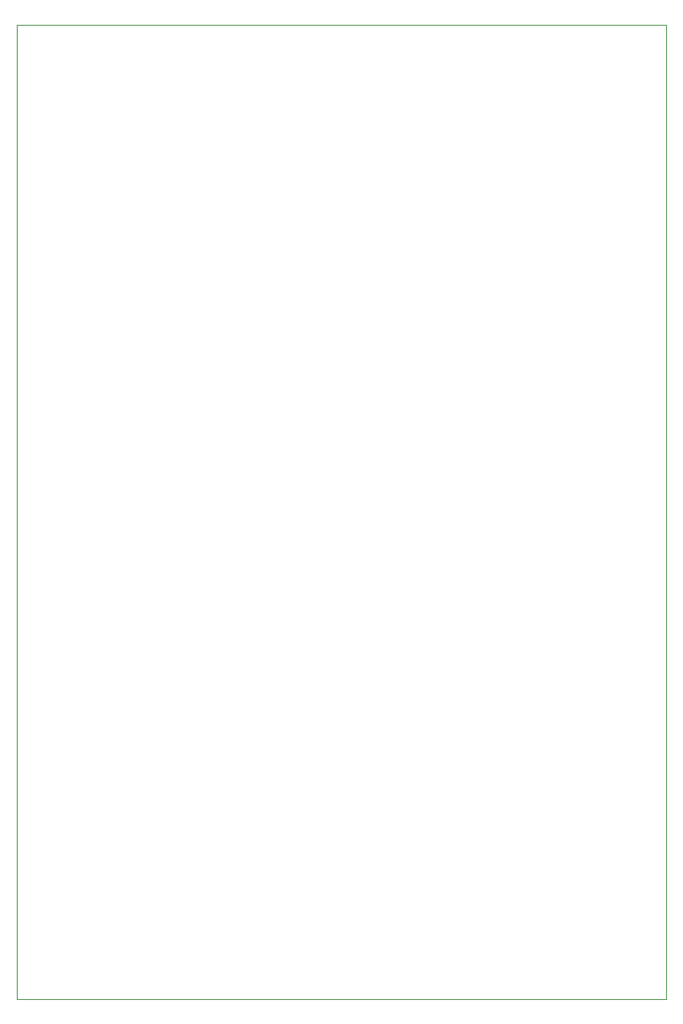
<source format=gm1>
G04 #@! TF.GenerationSoftware,KiCad,Pcbnew,(5.1.6)-1*
G04 #@! TF.CreationDate,2021-10-14T13:40:29-04:00*
G04 #@! TF.ProjectId,ESP32 WROOM-32 Breakout MKME.ORG,45535033-3220-4575-924f-4f4d2d333220,rev?*
G04 #@! TF.SameCoordinates,Original*
G04 #@! TF.FileFunction,Profile,NP*
%FSLAX46Y46*%
G04 Gerber Fmt 4.6, Leading zero omitted, Abs format (unit mm)*
G04 Created by KiCad (PCBNEW (5.1.6)-1) date 2021-10-14 13:40:29*
%MOMM*%
%LPD*%
G01*
G04 APERTURE LIST*
G04 #@! TA.AperFunction,Profile*
%ADD10C,0.100000*%
G04 #@! TD*
G04 APERTURE END LIST*
D10*
X180340000Y-127000000D02*
X180340000Y-130810000D01*
X111760000Y-130810000D02*
X111760000Y-127000000D01*
X180340000Y-130810000D02*
X111760000Y-130810000D01*
X180340000Y-27940000D02*
X180340000Y-127000000D01*
X111760000Y-27940000D02*
X180340000Y-27940000D01*
X111760000Y-127000000D02*
X111760000Y-27940000D01*
M02*

</source>
